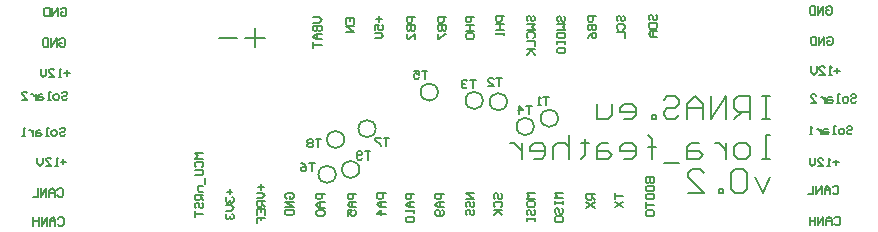
<source format=gbo>
G04 Layer_Color=32896*
%FSAX25Y25*%
%MOIN*%
G70*
G01*
G75*
%ADD56C,0.00787*%
%ADD57C,0.00591*%
D56*
X0454138Y0416299D02*
G03*
X0454138Y0416299I-0002878J0000000D01*
G01*
X0437130Y0421772D02*
G03*
X0437130Y0421772I-0002878J0000000D01*
G01*
X0429059Y0422244D02*
G03*
X0429059Y0422244I-0002878J0000000D01*
G01*
X0446067Y0413543D02*
G03*
X0446067Y0413543I-0002878J0000000D01*
G01*
X0414099Y0425000D02*
G03*
X0414099Y0425000I-0002878J0000000D01*
G01*
X0380044Y0397584D02*
G03*
X0380044Y0397584I-0002878J0000000D01*
G01*
X0382878Y0409213D02*
G03*
X0382878Y0409213I-0002878J0000000D01*
G01*
X0387918Y0399213D02*
G03*
X0387918Y0399213I-0002878J0000000D01*
G01*
X0393351Y0412795D02*
G03*
X0393351Y0412795I-0002878J0000000D01*
G01*
X0341260Y0443032D02*
X0347087D01*
X0349961Y0443150D02*
X0356299D01*
X0352992Y0440197D02*
Y0446220D01*
X0524724Y0423777D02*
X0522101D01*
X0523413D01*
Y0415906D01*
X0524724D01*
X0522101D01*
X0518165D02*
Y0423777D01*
X0514229D01*
X0512917Y0422465D01*
Y0419841D01*
X0514229Y0418529D01*
X0518165D01*
X0515541D02*
X0512917Y0415906D01*
X0510293D02*
Y0423777D01*
X0505046Y0415906D01*
Y0423777D01*
X0502422Y0415906D02*
Y0421153D01*
X0499798Y0423777D01*
X0497174Y0421153D01*
Y0415906D01*
Y0419841D01*
X0502422D01*
X0489303Y0422465D02*
X0490615Y0423777D01*
X0493238D01*
X0494550Y0422465D01*
Y0421153D01*
X0493238Y0419841D01*
X0490615D01*
X0489303Y0418529D01*
Y0417217D01*
X0490615Y0415906D01*
X0493238D01*
X0494550Y0417217D01*
X0486679Y0415906D02*
Y0417217D01*
X0485367D01*
Y0415906D01*
X0486679D01*
X0476184D02*
X0478807D01*
X0480119Y0417217D01*
Y0419841D01*
X0478807Y0421153D01*
X0476184D01*
X0474872Y0419841D01*
Y0418529D01*
X0480119D01*
X0472248Y0421153D02*
Y0417217D01*
X0470936Y0415906D01*
X0467000D01*
Y0421153D01*
X0524724Y0402795D02*
X0522101D01*
X0523413D01*
Y0410667D01*
X0524724D01*
X0516853Y0402795D02*
X0514229D01*
X0512917Y0404107D01*
Y0406731D01*
X0514229Y0408043D01*
X0516853D01*
X0518165Y0406731D01*
Y0404107D01*
X0516853Y0402795D01*
X0510293Y0408043D02*
Y0402795D01*
Y0405419D01*
X0508982Y0406731D01*
X0507669Y0408043D01*
X0506358D01*
X0501110D02*
X0498486D01*
X0497174Y0406731D01*
Y0402795D01*
X0501110D01*
X0502422Y0404107D01*
X0501110Y0405419D01*
X0497174D01*
X0494550Y0401483D02*
X0489303D01*
X0485367Y0402795D02*
Y0409355D01*
Y0406731D01*
X0486679D01*
X0484055D01*
X0485367D01*
Y0409355D01*
X0484055Y0410667D01*
X0476184Y0402795D02*
X0478807D01*
X0480119Y0404107D01*
Y0406731D01*
X0478807Y0408043D01*
X0476184D01*
X0474872Y0406731D01*
Y0405419D01*
X0480119D01*
X0470936Y0408043D02*
X0468312D01*
X0467000Y0406731D01*
Y0402795D01*
X0470936D01*
X0472248Y0404107D01*
X0470936Y0405419D01*
X0467000D01*
X0463064Y0409355D02*
Y0408043D01*
X0464376D01*
X0461753D01*
X0463064D01*
Y0404107D01*
X0461753Y0402795D01*
X0457817Y0410667D02*
Y0402795D01*
Y0406731D01*
X0456505Y0408043D01*
X0453881D01*
X0452569Y0406731D01*
Y0402795D01*
X0446010D02*
X0448633D01*
X0449945Y0404107D01*
Y0406731D01*
X0448633Y0408043D01*
X0446010D01*
X0444698Y0406731D01*
Y0405419D01*
X0449945D01*
X0442074Y0408043D02*
Y0402795D01*
Y0405419D01*
X0440762Y0406731D01*
X0439450Y0408043D01*
X0438138D01*
X0524961Y0396626D02*
X0522337Y0391378D01*
X0519713Y0396626D01*
X0517089Y0397937D02*
X0515777Y0399249D01*
X0513153D01*
X0511841Y0397937D01*
Y0392690D01*
X0513153Y0391378D01*
X0515777D01*
X0517089Y0392690D01*
Y0397937D01*
X0509218Y0391378D02*
Y0392690D01*
X0507906D01*
Y0391378D01*
X0509218D01*
X0497410D02*
X0502658D01*
X0497410Y0396626D01*
Y0397937D01*
X0498722Y0399249D01*
X0501346D01*
X0502658Y0397937D01*
D57*
X0391614Y0405275D02*
X0389777D01*
X0390696D01*
Y0402520D01*
X0388859Y0402979D02*
X0388400Y0402520D01*
X0387482D01*
X0387022Y0402979D01*
Y0404815D01*
X0387482Y0405275D01*
X0388400D01*
X0388859Y0404815D01*
Y0404356D01*
X0388400Y0403897D01*
X0387022D01*
X0375197Y0409330D02*
X0373360D01*
X0374278D01*
Y0406575D01*
X0372442Y0408871D02*
X0371983Y0409330D01*
X0371064D01*
X0370605Y0408871D01*
Y0408412D01*
X0371064Y0407952D01*
X0370605Y0407493D01*
Y0407034D01*
X0371064Y0406575D01*
X0371983D01*
X0372442Y0407034D01*
Y0407493D01*
X0371983Y0407952D01*
X0372442Y0408412D01*
Y0408871D01*
X0371983Y0407952D02*
X0371064D01*
X0397874Y0409645D02*
X0396037D01*
X0396956D01*
Y0406890D01*
X0395119Y0409645D02*
X0393282D01*
Y0409186D01*
X0395119Y0407349D01*
Y0406890D01*
X0372992Y0401495D02*
X0371156D01*
X0372074D01*
Y0398740D01*
X0368400Y0401495D02*
X0369319Y0401036D01*
X0370237Y0400118D01*
Y0399199D01*
X0369778Y0398740D01*
X0368860D01*
X0368400Y0399199D01*
Y0399658D01*
X0368860Y0400118D01*
X0370237D01*
X0410591Y0432204D02*
X0408754D01*
X0409672D01*
Y0429449D01*
X0405999Y0432204D02*
X0407835D01*
Y0430826D01*
X0406917Y0431285D01*
X0406458D01*
X0405999Y0430826D01*
Y0429908D01*
X0406458Y0429449D01*
X0407376D01*
X0407835Y0429908D01*
X0445315Y0420472D02*
X0443478D01*
X0444397D01*
Y0417717D01*
X0441182D02*
Y0420472D01*
X0442560Y0419094D01*
X0440723D01*
X0426693Y0429094D02*
X0424856D01*
X0425775D01*
Y0426339D01*
X0423938Y0428634D02*
X0423479Y0429094D01*
X0422560D01*
X0422101Y0428634D01*
Y0428175D01*
X0422560Y0427716D01*
X0423020D01*
X0422560D01*
X0422101Y0427257D01*
Y0426798D01*
X0422560Y0426339D01*
X0423479D01*
X0423938Y0426798D01*
X0435433Y0429724D02*
X0433596D01*
X0434515D01*
Y0426968D01*
X0430841D02*
X0432678D01*
X0430841Y0428805D01*
Y0429264D01*
X0431300Y0429724D01*
X0432219D01*
X0432678Y0429264D01*
X0451102Y0423424D02*
X0449266D01*
X0450184D01*
Y0420669D01*
X0448347D02*
X0447429D01*
X0447888D01*
Y0423424D01*
X0448347Y0422965D01*
X0287494Y0382808D02*
X0287953Y0383267D01*
X0288872D01*
X0289331Y0382808D01*
Y0380971D01*
X0288872Y0380512D01*
X0287953D01*
X0287494Y0380971D01*
X0286576Y0380512D02*
Y0382348D01*
X0285657Y0383267D01*
X0284739Y0382348D01*
Y0380512D01*
Y0381889D01*
X0286576D01*
X0283821Y0380512D02*
Y0383267D01*
X0281984Y0380512D01*
Y0383267D01*
X0281066D02*
Y0380512D01*
Y0381889D01*
X0279229D01*
Y0383267D01*
Y0380512D01*
X0287297Y0392453D02*
X0287756Y0392913D01*
X0288675D01*
X0289134Y0392453D01*
Y0390617D01*
X0288675Y0390158D01*
X0287756D01*
X0287297Y0390617D01*
X0286379Y0390158D02*
Y0391994D01*
X0285460Y0392913D01*
X0284542Y0391994D01*
Y0390158D01*
Y0391535D01*
X0286379D01*
X0283624Y0390158D02*
Y0392913D01*
X0281787Y0390158D01*
Y0392913D01*
X0280869D02*
Y0390158D01*
X0279032D01*
X0290197Y0401811D02*
X0288360D01*
X0289279Y0402729D02*
Y0400892D01*
X0287442Y0400433D02*
X0286524D01*
X0286983D01*
Y0403188D01*
X0287442Y0402729D01*
X0283309Y0400433D02*
X0285146D01*
X0283309Y0402270D01*
Y0402729D01*
X0283769Y0403188D01*
X0284687D01*
X0285146Y0402729D01*
X0282391Y0403188D02*
Y0401351D01*
X0281473Y0400433D01*
X0280554Y0401351D01*
Y0403188D01*
X0288006Y0412729D02*
X0288465Y0413188D01*
X0289383D01*
X0289843Y0412729D01*
Y0412270D01*
X0289383Y0411811D01*
X0288465D01*
X0288006Y0411351D01*
Y0410892D01*
X0288465Y0410433D01*
X0289383D01*
X0289843Y0410892D01*
X0286628Y0410433D02*
X0285710D01*
X0285251Y0410892D01*
Y0411811D01*
X0285710Y0412270D01*
X0286628D01*
X0287087Y0411811D01*
Y0410892D01*
X0286628Y0410433D01*
X0284332D02*
X0283414D01*
X0283873D01*
Y0413188D01*
X0284332D01*
X0281577Y0412270D02*
X0280659D01*
X0280200Y0411811D01*
Y0410433D01*
X0281577D01*
X0282037Y0410892D01*
X0281577Y0411351D01*
X0280200D01*
X0279282Y0412270D02*
Y0410433D01*
Y0411351D01*
X0278822Y0411811D01*
X0278363Y0412270D01*
X0277904D01*
X0276527Y0410433D02*
X0275608D01*
X0276067D01*
Y0413188D01*
X0276527Y0412729D01*
X0288715Y0424737D02*
X0289174Y0425196D01*
X0290092D01*
X0290551Y0424737D01*
Y0424278D01*
X0290092Y0423818D01*
X0289174D01*
X0288715Y0423359D01*
Y0422900D01*
X0289174Y0422441D01*
X0290092D01*
X0290551Y0422900D01*
X0287337Y0422441D02*
X0286419D01*
X0285960Y0422900D01*
Y0423818D01*
X0286419Y0424278D01*
X0287337D01*
X0287796Y0423818D01*
Y0422900D01*
X0287337Y0422441D01*
X0285041D02*
X0284123D01*
X0284582D01*
Y0425196D01*
X0285041D01*
X0282286Y0424278D02*
X0281368D01*
X0280909Y0423818D01*
Y0422441D01*
X0282286D01*
X0282745Y0422900D01*
X0282286Y0423359D01*
X0280909D01*
X0279990Y0424278D02*
Y0422441D01*
Y0423359D01*
X0279531Y0423818D01*
X0279072Y0424278D01*
X0278613D01*
X0275399Y0422441D02*
X0277235D01*
X0275399Y0424278D01*
Y0424737D01*
X0275858Y0425196D01*
X0276776D01*
X0277235Y0424737D01*
X0291339Y0431299D02*
X0289502D01*
X0290420Y0432217D02*
Y0430380D01*
X0288584Y0429921D02*
X0287665D01*
X0288124D01*
Y0432676D01*
X0288584Y0432217D01*
X0284451Y0429921D02*
X0286288D01*
X0284451Y0431758D01*
Y0432217D01*
X0284910Y0432676D01*
X0285828D01*
X0286288Y0432217D01*
X0283533Y0432676D02*
Y0430840D01*
X0282614Y0429921D01*
X0281696Y0430840D01*
Y0432676D01*
X0287927Y0442453D02*
X0288386Y0442912D01*
X0289305D01*
X0289764Y0442453D01*
Y0440617D01*
X0289305Y0440158D01*
X0288386D01*
X0287927Y0440617D01*
Y0441535D01*
X0288845D01*
X0287009Y0440158D02*
Y0442912D01*
X0285172Y0440158D01*
Y0442912D01*
X0284254D02*
Y0440158D01*
X0282876D01*
X0282417Y0440617D01*
Y0442453D01*
X0282876Y0442912D01*
X0284254D01*
X0288321Y0452690D02*
X0288780Y0453149D01*
X0289698D01*
X0290158Y0452690D01*
Y0450853D01*
X0289698Y0450394D01*
X0288780D01*
X0288321Y0450853D01*
Y0451771D01*
X0289239D01*
X0287403Y0450394D02*
Y0453149D01*
X0285566Y0450394D01*
Y0453149D01*
X0284647D02*
Y0450394D01*
X0283270D01*
X0282811Y0450853D01*
Y0452690D01*
X0283270Y0453149D01*
X0284647D01*
X0543518Y0453162D02*
X0543977Y0453621D01*
X0544895D01*
X0545354Y0453162D01*
Y0451325D01*
X0544895Y0450866D01*
X0543977D01*
X0543518Y0451325D01*
Y0452244D01*
X0544436D01*
X0542599Y0450866D02*
Y0453621D01*
X0540763Y0450866D01*
Y0453621D01*
X0539844D02*
Y0450866D01*
X0538467D01*
X0538008Y0451325D01*
Y0453162D01*
X0538467Y0453621D01*
X0539844D01*
X0543833Y0443044D02*
X0544292Y0443503D01*
X0545210D01*
X0545669Y0443044D01*
Y0441207D01*
X0545210Y0440748D01*
X0544292D01*
X0543833Y0441207D01*
Y0442126D01*
X0544751D01*
X0542914Y0440748D02*
Y0443503D01*
X0541078Y0440748D01*
Y0443503D01*
X0540159D02*
Y0440748D01*
X0538782D01*
X0538323Y0441207D01*
Y0443044D01*
X0538782Y0443503D01*
X0540159D01*
X0547638Y0401614D02*
X0545801D01*
X0546720Y0402532D02*
Y0400695D01*
X0544883Y0400236D02*
X0543964D01*
X0544424D01*
Y0402991D01*
X0544883Y0402532D01*
X0540750Y0400236D02*
X0542587D01*
X0540750Y0402073D01*
Y0402532D01*
X0541209Y0402991D01*
X0542128D01*
X0542587Y0402532D01*
X0539832Y0402991D02*
Y0401155D01*
X0538914Y0400236D01*
X0537995Y0401155D01*
Y0402991D01*
X0551746Y0423831D02*
X0552205Y0424290D01*
X0553124D01*
X0553583Y0423831D01*
Y0423372D01*
X0553124Y0422913D01*
X0552205D01*
X0551746Y0422454D01*
Y0421995D01*
X0552205Y0421535D01*
X0553124D01*
X0553583Y0421995D01*
X0550368Y0421535D02*
X0549450D01*
X0548991Y0421995D01*
Y0422913D01*
X0549450Y0423372D01*
X0550368D01*
X0550828Y0422913D01*
Y0421995D01*
X0550368Y0421535D01*
X0548073D02*
X0547154D01*
X0547613D01*
Y0424290D01*
X0548073D01*
X0545318Y0423372D02*
X0544399D01*
X0543940Y0422913D01*
Y0421535D01*
X0545318D01*
X0545777Y0421995D01*
X0545318Y0422454D01*
X0543940D01*
X0543022Y0423372D02*
Y0421535D01*
Y0422454D01*
X0542563Y0422913D01*
X0542103Y0423372D01*
X0541644D01*
X0538430Y0421535D02*
X0540267D01*
X0538430Y0423372D01*
Y0423831D01*
X0538889Y0424290D01*
X0539808D01*
X0540267Y0423831D01*
X0550407Y0413201D02*
X0550867Y0413660D01*
X0551785D01*
X0552244Y0413201D01*
Y0412742D01*
X0551785Y0412283D01*
X0550867D01*
X0550407Y0411824D01*
Y0411365D01*
X0550867Y0410906D01*
X0551785D01*
X0552244Y0411365D01*
X0549030Y0410906D02*
X0548112D01*
X0547652Y0411365D01*
Y0412283D01*
X0548112Y0412742D01*
X0549030D01*
X0549489Y0412283D01*
Y0411365D01*
X0549030Y0410906D01*
X0546734D02*
X0545816D01*
X0546275D01*
Y0413660D01*
X0546734D01*
X0543979Y0412742D02*
X0543061D01*
X0542601Y0412283D01*
Y0410906D01*
X0543979D01*
X0544438Y0411365D01*
X0543979Y0411824D01*
X0542601D01*
X0541683Y0412742D02*
Y0410906D01*
Y0411824D01*
X0541224Y0412283D01*
X0540765Y0412742D01*
X0540306D01*
X0538928Y0410906D02*
X0538010D01*
X0538469D01*
Y0413660D01*
X0538928Y0413201D01*
X0548110Y0432204D02*
X0546274D01*
X0547192Y0433123D02*
Y0431286D01*
X0545355Y0430827D02*
X0544437D01*
X0544896D01*
Y0433582D01*
X0545355Y0433123D01*
X0541223Y0430827D02*
X0543059D01*
X0541223Y0432663D01*
Y0433123D01*
X0541682Y0433582D01*
X0542600D01*
X0543059Y0433123D01*
X0540304Y0433582D02*
Y0431745D01*
X0539386Y0430827D01*
X0538468Y0431745D01*
Y0433582D01*
X0545722Y0393241D02*
X0546181Y0393700D01*
X0547100D01*
X0547559Y0393241D01*
Y0391404D01*
X0547100Y0390945D01*
X0546181D01*
X0545722Y0391404D01*
X0544804Y0390945D02*
Y0392782D01*
X0543886Y0393700D01*
X0542967Y0392782D01*
Y0390945D01*
Y0392322D01*
X0544804D01*
X0542049Y0390945D02*
Y0393700D01*
X0540212Y0390945D01*
Y0393700D01*
X0539294D02*
Y0390945D01*
X0537457D01*
X0546274Y0383004D02*
X0546733Y0383464D01*
X0547651D01*
X0548110Y0383004D01*
Y0381168D01*
X0547651Y0380709D01*
X0546733D01*
X0546274Y0381168D01*
X0545355Y0380709D02*
Y0382545D01*
X0544437Y0383464D01*
X0543518Y0382545D01*
Y0380709D01*
Y0382086D01*
X0545355D01*
X0542600Y0380709D02*
Y0383464D01*
X0540764Y0380709D01*
Y0383464D01*
X0539845D02*
Y0380709D01*
Y0382086D01*
X0538008D01*
Y0383464D01*
Y0380709D01*
X0335906Y0404606D02*
X0333151D01*
X0334069Y0403688D01*
X0333151Y0402770D01*
X0335906D01*
X0333610Y0400015D02*
X0333151Y0400474D01*
Y0401392D01*
X0333610Y0401851D01*
X0335446D01*
X0335906Y0401392D01*
Y0400474D01*
X0335446Y0400015D01*
X0333151Y0399096D02*
X0335446D01*
X0335906Y0398637D01*
Y0397719D01*
X0335446Y0397260D01*
X0333151D01*
X0336365Y0396341D02*
Y0394505D01*
X0335906Y0393586D02*
X0334069D01*
Y0392209D01*
X0334528Y0391750D01*
X0335906D01*
Y0390831D02*
X0333151D01*
Y0389454D01*
X0333610Y0388995D01*
X0334528D01*
X0334987Y0389454D01*
Y0390831D01*
Y0389913D02*
X0335906Y0388995D01*
X0333610Y0386240D02*
X0333151Y0386699D01*
Y0387617D01*
X0333610Y0388076D01*
X0334069D01*
X0334528Y0387617D01*
Y0386699D01*
X0334987Y0386240D01*
X0335446D01*
X0335906Y0386699D01*
Y0387617D01*
X0335446Y0388076D01*
X0333151Y0385321D02*
Y0383485D01*
Y0384403D01*
X0335906D01*
X0344686Y0392756D02*
Y0390919D01*
X0343767Y0391838D02*
X0345604D01*
X0343767Y0390001D02*
X0343308Y0389542D01*
Y0388623D01*
X0343767Y0388164D01*
X0344226D01*
X0344686Y0388623D01*
Y0389083D01*
Y0388623D01*
X0345145Y0388164D01*
X0345604D01*
X0346063Y0388623D01*
Y0389542D01*
X0345604Y0390001D01*
X0343308Y0387246D02*
X0345145D01*
X0346063Y0386328D01*
X0345145Y0385409D01*
X0343308D01*
X0343767Y0384491D02*
X0343308Y0384032D01*
Y0383113D01*
X0343767Y0382654D01*
X0344226D01*
X0344686Y0383113D01*
Y0383573D01*
Y0383113D01*
X0345145Y0382654D01*
X0345604D01*
X0346063Y0383113D01*
Y0384032D01*
X0345604Y0384491D01*
X0363728Y0389423D02*
X0363269Y0389882D01*
Y0390801D01*
X0363728Y0391260D01*
X0365564D01*
X0366024Y0390801D01*
Y0389882D01*
X0365564Y0389423D01*
X0364646D01*
Y0390341D01*
X0366024Y0388505D02*
X0363269D01*
X0366024Y0386668D01*
X0363269D01*
Y0385750D02*
X0366024D01*
Y0384372D01*
X0365564Y0383913D01*
X0363728D01*
X0363269Y0384372D01*
Y0385750D01*
X0355079Y0394213D02*
Y0392376D01*
X0354161Y0393294D02*
X0355997D01*
X0353702Y0391458D02*
X0355538D01*
X0356457Y0390539D01*
X0355538Y0389621D01*
X0353702D01*
X0356457Y0388703D02*
X0353702D01*
Y0387325D01*
X0354161Y0386866D01*
X0355079D01*
X0355538Y0387325D01*
Y0388703D01*
Y0387784D02*
X0356457Y0386866D01*
X0353702Y0384111D02*
Y0385947D01*
X0356457D01*
Y0384111D01*
X0355079Y0385947D02*
Y0385029D01*
X0353702Y0381356D02*
Y0383192D01*
X0355079D01*
Y0382274D01*
Y0383192D01*
X0356457D01*
X0376339Y0391102D02*
X0373584D01*
Y0389725D01*
X0374043Y0389266D01*
X0374961D01*
X0375420Y0389725D01*
Y0391102D01*
X0376339Y0388347D02*
X0374502D01*
X0373584Y0387429D01*
X0374502Y0386511D01*
X0376339D01*
X0374961D01*
Y0388347D01*
X0374043Y0385592D02*
X0373584Y0385133D01*
Y0384215D01*
X0374043Y0383756D01*
X0375879D01*
X0376339Y0384215D01*
Y0385133D01*
X0375879Y0385592D01*
X0374043D01*
X0386732Y0391181D02*
X0383977D01*
Y0389804D01*
X0384436Y0389344D01*
X0385355D01*
X0385814Y0389804D01*
Y0391181D01*
X0386732Y0388426D02*
X0384896D01*
X0383977Y0387508D01*
X0384896Y0386589D01*
X0386732D01*
X0385355D01*
Y0388426D01*
X0383977Y0383834D02*
Y0385671D01*
X0385355D01*
X0384896Y0384753D01*
Y0384294D01*
X0385355Y0383834D01*
X0386273D01*
X0386732Y0384294D01*
Y0385212D01*
X0386273Y0385671D01*
X0396654Y0391220D02*
X0393899D01*
Y0389843D01*
X0394358Y0389384D01*
X0395276D01*
X0395735Y0389843D01*
Y0391220D01*
X0396654Y0388465D02*
X0394817D01*
X0393899Y0387547D01*
X0394817Y0386629D01*
X0396654D01*
X0395276D01*
Y0388465D01*
X0396654Y0384333D02*
X0393899D01*
X0395276Y0385710D01*
Y0383874D01*
X0406142Y0391181D02*
X0403387D01*
Y0389804D01*
X0403846Y0389344D01*
X0404764D01*
X0405223Y0389804D01*
Y0391181D01*
X0406142Y0388426D02*
X0404305D01*
X0403387Y0387508D01*
X0404305Y0386589D01*
X0406142D01*
X0404764D01*
Y0388426D01*
X0406142Y0385671D02*
Y0384753D01*
Y0385212D01*
X0403387D01*
X0403846Y0385671D01*
Y0383375D02*
X0403387Y0382916D01*
Y0381998D01*
X0403846Y0381539D01*
X0405683D01*
X0406142Y0381998D01*
Y0382916D01*
X0405683Y0383375D01*
X0403846D01*
X0416024Y0391181D02*
X0413269D01*
Y0389804D01*
X0413728Y0389344D01*
X0414646D01*
X0415105Y0389804D01*
Y0391181D01*
X0416024Y0388426D02*
X0414187D01*
X0413269Y0387508D01*
X0414187Y0386589D01*
X0416024D01*
X0414646D01*
Y0388426D01*
X0415564Y0385671D02*
X0416024Y0385212D01*
Y0384294D01*
X0415564Y0383834D01*
X0413728D01*
X0413269Y0384294D01*
Y0385212D01*
X0413728Y0385671D01*
X0414187D01*
X0414646Y0385212D01*
Y0383834D01*
X0426260Y0391220D02*
X0423505D01*
X0426260Y0389384D01*
X0423505D01*
X0423964Y0386629D02*
X0423505Y0387088D01*
Y0388006D01*
X0423964Y0388465D01*
X0424423D01*
X0424882Y0388006D01*
Y0387088D01*
X0425342Y0386629D01*
X0425801D01*
X0426260Y0387088D01*
Y0388006D01*
X0425801Y0388465D01*
X0423964Y0383874D02*
X0423505Y0384333D01*
Y0385251D01*
X0423964Y0385710D01*
X0424423D01*
X0424882Y0385251D01*
Y0384333D01*
X0425342Y0383874D01*
X0425801D01*
X0426260Y0384333D01*
Y0385251D01*
X0425801Y0385710D01*
X0433177Y0389384D02*
X0432717Y0389843D01*
Y0390761D01*
X0433177Y0391220D01*
X0433636D01*
X0434095Y0390761D01*
Y0389843D01*
X0434554Y0389384D01*
X0435013D01*
X0435472Y0389843D01*
Y0390761D01*
X0435013Y0391220D01*
X0433177Y0386629D02*
X0432717Y0387088D01*
Y0388006D01*
X0433177Y0388465D01*
X0435013D01*
X0435472Y0388006D01*
Y0387088D01*
X0435013Y0386629D01*
X0432717Y0385710D02*
X0435472D01*
X0434554D01*
X0432717Y0383874D01*
X0434095Y0385251D01*
X0435472Y0383874D01*
X0446457Y0391339D02*
X0443702D01*
X0444620Y0390420D01*
X0443702Y0389502D01*
X0446457D01*
X0443702Y0387206D02*
Y0388124D01*
X0444161Y0388584D01*
X0445997D01*
X0446457Y0388124D01*
Y0387206D01*
X0445997Y0386747D01*
X0444161D01*
X0443702Y0387206D01*
X0444161Y0383992D02*
X0443702Y0384451D01*
Y0385369D01*
X0444161Y0385828D01*
X0444620D01*
X0445079Y0385369D01*
Y0384451D01*
X0445538Y0383992D01*
X0445997D01*
X0446457Y0384451D01*
Y0385369D01*
X0445997Y0385828D01*
X0443702Y0383073D02*
Y0382155D01*
Y0382614D01*
X0446457D01*
Y0383073D01*
Y0382155D01*
X0455787Y0391378D02*
X0453032D01*
X0453951Y0390460D01*
X0453032Y0389541D01*
X0455787D01*
X0453032Y0388623D02*
Y0387705D01*
Y0388164D01*
X0455787D01*
Y0388623D01*
Y0387705D01*
X0453492Y0384490D02*
X0453032Y0384950D01*
Y0385868D01*
X0453492Y0386327D01*
X0453951D01*
X0454410Y0385868D01*
Y0384950D01*
X0454869Y0384490D01*
X0455328D01*
X0455787Y0384950D01*
Y0385868D01*
X0455328Y0386327D01*
X0453032Y0382194D02*
Y0383113D01*
X0453492Y0383572D01*
X0455328D01*
X0455787Y0383113D01*
Y0382194D01*
X0455328Y0381735D01*
X0453492D01*
X0453032Y0382194D01*
X0466378Y0391024D02*
X0463623D01*
Y0389646D01*
X0464082Y0389187D01*
X0465000D01*
X0465460Y0389646D01*
Y0391024D01*
Y0390105D02*
X0466378Y0389187D01*
X0463623Y0388269D02*
X0466378Y0386432D01*
X0463623D02*
X0466378Y0388269D01*
X0473032Y0391260D02*
Y0389423D01*
Y0390341D01*
X0475787D01*
X0473032Y0388505D02*
X0475787Y0386668D01*
X0473032D02*
X0475787Y0388505D01*
X0483347Y0396575D02*
X0486102D01*
Y0395197D01*
X0485643Y0394738D01*
X0485184D01*
X0484725Y0395197D01*
Y0396575D01*
Y0395197D01*
X0484266Y0394738D01*
X0483807D01*
X0483347Y0395197D01*
Y0396575D01*
Y0392442D02*
Y0393361D01*
X0483807Y0393820D01*
X0485643D01*
X0486102Y0393361D01*
Y0392442D01*
X0485643Y0391983D01*
X0483807D01*
X0483347Y0392442D01*
Y0389687D02*
Y0390606D01*
X0483807Y0391065D01*
X0485643D01*
X0486102Y0390606D01*
Y0389687D01*
X0485643Y0389228D01*
X0483807D01*
X0483347Y0389687D01*
Y0388310D02*
Y0386473D01*
Y0387391D01*
X0486102D01*
X0483807Y0385555D02*
X0483347Y0385096D01*
Y0384177D01*
X0483807Y0383718D01*
X0485643D01*
X0486102Y0384177D01*
Y0385096D01*
X0485643Y0385555D01*
X0483807D01*
X0484830Y0448911D02*
X0484371Y0449370D01*
Y0450289D01*
X0484830Y0450748D01*
X0485289D01*
X0485748Y0450289D01*
Y0449370D01*
X0486208Y0448911D01*
X0486667D01*
X0487126Y0449370D01*
Y0450289D01*
X0486667Y0450748D01*
X0484371Y0447993D02*
X0487126D01*
Y0446616D01*
X0486667Y0446156D01*
X0484830D01*
X0484371Y0446616D01*
Y0447993D01*
X0487126Y0445238D02*
X0485289D01*
X0484371Y0444320D01*
X0485289Y0443401D01*
X0487126D01*
X0485748D01*
Y0445238D01*
X0474122Y0448557D02*
X0473662Y0449016D01*
Y0449934D01*
X0474122Y0450394D01*
X0474581D01*
X0475040Y0449934D01*
Y0449016D01*
X0475499Y0448557D01*
X0475958D01*
X0476417Y0449016D01*
Y0449934D01*
X0475958Y0450394D01*
X0474122Y0445802D02*
X0473662Y0446261D01*
Y0447180D01*
X0474122Y0447639D01*
X0475958D01*
X0476417Y0447180D01*
Y0446261D01*
X0475958Y0445802D01*
X0473662Y0444884D02*
X0476417D01*
Y0443047D01*
X0466772Y0450276D02*
X0464017D01*
Y0448898D01*
X0464476Y0448439D01*
X0465394D01*
X0465853Y0448898D01*
Y0450276D01*
X0464017Y0447521D02*
X0466772D01*
Y0446143D01*
X0466313Y0445684D01*
X0465853D01*
X0465394Y0446143D01*
Y0447521D01*
Y0446143D01*
X0464935Y0445684D01*
X0464476D01*
X0464017Y0446143D01*
Y0447521D01*
Y0442929D02*
X0464476Y0443847D01*
X0465394Y0444766D01*
X0466313D01*
X0466772Y0444306D01*
Y0443388D01*
X0466313Y0442929D01*
X0465853D01*
X0465394Y0443388D01*
Y0444766D01*
X0454318Y0448478D02*
X0453859Y0448937D01*
Y0449856D01*
X0454318Y0450315D01*
X0454777D01*
X0455237Y0449856D01*
Y0448937D01*
X0455696Y0448478D01*
X0456155D01*
X0456614Y0448937D01*
Y0449856D01*
X0456155Y0450315D01*
X0453859Y0447560D02*
X0456614D01*
X0455696Y0446642D01*
X0456614Y0445723D01*
X0453859D01*
Y0444805D02*
X0456614D01*
Y0443427D01*
X0456155Y0442968D01*
X0454318D01*
X0453859Y0443427D01*
Y0444805D01*
Y0442050D02*
Y0441132D01*
Y0441591D01*
X0456614D01*
Y0442050D01*
Y0441132D01*
X0453859Y0438377D02*
Y0439295D01*
X0454318Y0439754D01*
X0456155D01*
X0456614Y0439295D01*
Y0438377D01*
X0456155Y0437917D01*
X0454318D01*
X0453859Y0438377D01*
X0444122Y0448557D02*
X0443662Y0449016D01*
Y0449934D01*
X0444122Y0450394D01*
X0444581D01*
X0445040Y0449934D01*
Y0449016D01*
X0445499Y0448557D01*
X0445958D01*
X0446417Y0449016D01*
Y0449934D01*
X0445958Y0450394D01*
X0443662Y0447639D02*
X0446417D01*
X0445499Y0446720D01*
X0446417Y0445802D01*
X0443662D01*
X0444122Y0443047D02*
X0443662Y0443506D01*
Y0444424D01*
X0444122Y0444884D01*
X0445958D01*
X0446417Y0444424D01*
Y0443506D01*
X0445958Y0443047D01*
X0443662Y0442129D02*
X0446417D01*
Y0440292D01*
X0443662Y0439374D02*
X0446417D01*
X0445499D01*
X0443662Y0437537D01*
X0445040Y0438914D01*
X0446417Y0437537D01*
X0436260Y0450315D02*
X0433505D01*
Y0448937D01*
X0433964Y0448478D01*
X0434882D01*
X0435342Y0448937D01*
Y0450315D01*
X0433505Y0447560D02*
X0436260D01*
X0434882D01*
Y0445723D01*
X0433505D01*
X0436260D01*
Y0444805D02*
Y0443887D01*
Y0444346D01*
X0433505D01*
X0433964Y0444805D01*
X0426181Y0450118D02*
X0423426D01*
Y0448741D01*
X0423885Y0448281D01*
X0424804D01*
X0425263Y0448741D01*
Y0450118D01*
X0423426Y0447363D02*
X0426181D01*
X0424804D01*
Y0445526D01*
X0423426D01*
X0426181D01*
X0423885Y0444608D02*
X0423426Y0444149D01*
Y0443231D01*
X0423885Y0442771D01*
X0425722D01*
X0426181Y0443231D01*
Y0444149D01*
X0425722Y0444608D01*
X0423885D01*
X0416890Y0450039D02*
X0414135D01*
Y0448662D01*
X0414594Y0448203D01*
X0415512D01*
X0415971Y0448662D01*
Y0450039D01*
X0414135Y0447284D02*
X0416890D01*
Y0445907D01*
X0416431Y0445448D01*
X0415971D01*
X0415512Y0445907D01*
Y0447284D01*
Y0445907D01*
X0415053Y0445448D01*
X0414594D01*
X0414135Y0445907D01*
Y0447284D01*
Y0444529D02*
Y0442693D01*
X0414594D01*
X0416431Y0444529D01*
X0416890D01*
X0406457Y0450039D02*
X0403702D01*
Y0448662D01*
X0404161Y0448203D01*
X0405079D01*
X0405538Y0448662D01*
Y0450039D01*
X0403702Y0447284D02*
X0406457D01*
Y0445907D01*
X0405998Y0445448D01*
X0405538D01*
X0405079Y0445907D01*
Y0447284D01*
Y0445907D01*
X0404620Y0445448D01*
X0404161D01*
X0403702Y0445907D01*
Y0447284D01*
X0406457Y0442693D02*
Y0444529D01*
X0404620Y0442693D01*
X0404161D01*
X0403702Y0443152D01*
Y0444070D01*
X0404161Y0444529D01*
X0394528Y0450236D02*
Y0448399D01*
X0393610Y0449318D02*
X0395446D01*
X0393150Y0445645D02*
Y0447481D01*
X0394528D01*
X0394069Y0446563D01*
Y0446104D01*
X0394528Y0445645D01*
X0395446D01*
X0395905Y0446104D01*
Y0447022D01*
X0395446Y0447481D01*
X0393150Y0444726D02*
X0394987D01*
X0395905Y0443808D01*
X0394987Y0442889D01*
X0393150D01*
X0383505Y0447848D02*
Y0449685D01*
X0386260D01*
Y0447848D01*
X0384882Y0449685D02*
Y0448767D01*
X0386260Y0446930D02*
X0383505D01*
X0386260Y0445093D01*
X0383505D01*
X0372560Y0449921D02*
X0374397D01*
X0375315Y0449003D01*
X0374397Y0448085D01*
X0372560D01*
Y0447166D02*
X0375315D01*
Y0445789D01*
X0374856Y0445330D01*
X0374397D01*
X0373937Y0445789D01*
Y0447166D01*
Y0445789D01*
X0373478Y0445330D01*
X0373019D01*
X0372560Y0445789D01*
Y0447166D01*
X0375315Y0444411D02*
X0373478D01*
X0372560Y0443493D01*
X0373478Y0442575D01*
X0375315D01*
X0373937D01*
Y0444411D01*
X0372560Y0441656D02*
Y0439819D01*
Y0440738D01*
X0375315D01*
M02*

</source>
